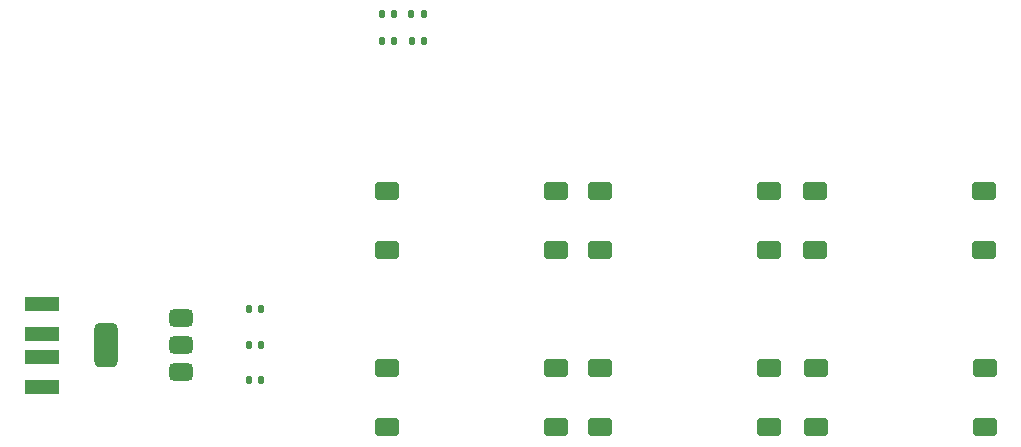
<source format=gbr>
%TF.GenerationSoftware,KiCad,Pcbnew,9.0.3*%
%TF.CreationDate,2025-11-18T14:15:17+09:00*%
%TF.ProjectId,SpeedJeck,53706565-644a-4656-936b-2e6b69636164,1*%
%TF.SameCoordinates,Original*%
%TF.FileFunction,Paste,Top*%
%TF.FilePolarity,Positive*%
%FSLAX46Y46*%
G04 Gerber Fmt 4.6, Leading zero omitted, Abs format (unit mm)*
G04 Created by KiCad (PCBNEW 9.0.3) date 2025-11-18 14:15:17*
%MOMM*%
%LPD*%
G01*
G04 APERTURE LIST*
G04 Aperture macros list*
%AMRoundRect*
0 Rectangle with rounded corners*
0 $1 Rounding radius*
0 $2 $3 $4 $5 $6 $7 $8 $9 X,Y pos of 4 corners*
0 Add a 4 corners polygon primitive as box body*
4,1,4,$2,$3,$4,$5,$6,$7,$8,$9,$2,$3,0*
0 Add four circle primitives for the rounded corners*
1,1,$1+$1,$2,$3*
1,1,$1+$1,$4,$5*
1,1,$1+$1,$6,$7*
1,1,$1+$1,$8,$9*
0 Add four rect primitives between the rounded corners*
20,1,$1+$1,$2,$3,$4,$5,0*
20,1,$1+$1,$4,$5,$6,$7,0*
20,1,$1+$1,$6,$7,$8,$9,0*
20,1,$1+$1,$8,$9,$2,$3,0*%
G04 Aperture macros list end*
%ADD10RoundRect,0.147500X-0.147500X-0.172500X0.147500X-0.172500X0.147500X0.172500X-0.147500X0.172500X0*%
%ADD11RoundRect,0.135000X-0.135000X-0.185000X0.135000X-0.185000X0.135000X0.185000X-0.135000X0.185000X0*%
%ADD12RoundRect,0.250000X-0.750000X-0.500000X0.750000X-0.500000X0.750000X0.500000X-0.750000X0.500000X0*%
%ADD13RoundRect,0.135000X0.135000X0.185000X-0.135000X0.185000X-0.135000X-0.185000X0.135000X-0.185000X0*%
%ADD14R,3.000000X1.250000*%
%ADD15RoundRect,0.375000X0.625000X0.375000X-0.625000X0.375000X-0.625000X-0.375000X0.625000X-0.375000X0*%
%ADD16RoundRect,0.500000X0.500000X1.400000X-0.500000X1.400000X-0.500000X-1.400000X0.500000X-1.400000X0*%
G04 APERTURE END LIST*
D10*
%TO.C,D1*%
X146295000Y-59250000D03*
X147265000Y-59250000D03*
%TD*%
D11*
%TO.C,R1*%
X134980000Y-82000000D03*
X136000000Y-82000000D03*
%TD*%
%TO.C,R3*%
X148760000Y-59250000D03*
X149780000Y-59250000D03*
%TD*%
D12*
%TO.C,UP*%
X164700000Y-72000000D03*
X179000000Y-72000000D03*
X164700000Y-77000000D03*
X179000000Y-77000000D03*
%TD*%
D13*
%TO.C,R8*%
X136020000Y-88000000D03*
X135000000Y-88000000D03*
%TD*%
D14*
%TO.C,J1*%
X117472000Y-81556000D03*
X117472000Y-84056000D03*
X117472000Y-86056000D03*
X117472000Y-88556000D03*
%TD*%
D11*
%TO.C,R7*%
X134980000Y-85000000D03*
X136000000Y-85000000D03*
%TD*%
%TO.C,R2*%
X148750000Y-57000000D03*
X149770000Y-57000000D03*
%TD*%
D12*
%TO.C,BACK*%
X146700000Y-87000000D03*
X161000000Y-87000000D03*
X146700000Y-92000000D03*
X161000000Y-92000000D03*
%TD*%
%TO.C,NEXT*%
X183000000Y-87000000D03*
X197300000Y-87000000D03*
X183000000Y-92000000D03*
X197300000Y-92000000D03*
%TD*%
%TO.C,MENU*%
X146700000Y-72000000D03*
X161000000Y-72000000D03*
X146700000Y-77000000D03*
X161000000Y-77000000D03*
%TD*%
%TO.C,DOWN*%
X164700000Y-87000000D03*
X179000000Y-87000000D03*
X164700000Y-92000000D03*
X179000000Y-92000000D03*
%TD*%
D10*
%TO.C,D2*%
X146285000Y-57000000D03*
X147255000Y-57000000D03*
%TD*%
D12*
%TO.C,OK*%
X182950000Y-72000000D03*
X197250000Y-72000000D03*
X182950000Y-77000000D03*
X197250000Y-77000000D03*
%TD*%
D15*
%TO.C,U2*%
X129210000Y-87300000D03*
X129210000Y-85000000D03*
D16*
X122910000Y-85000000D03*
D15*
X129210000Y-82700000D03*
%TD*%
M02*

</source>
